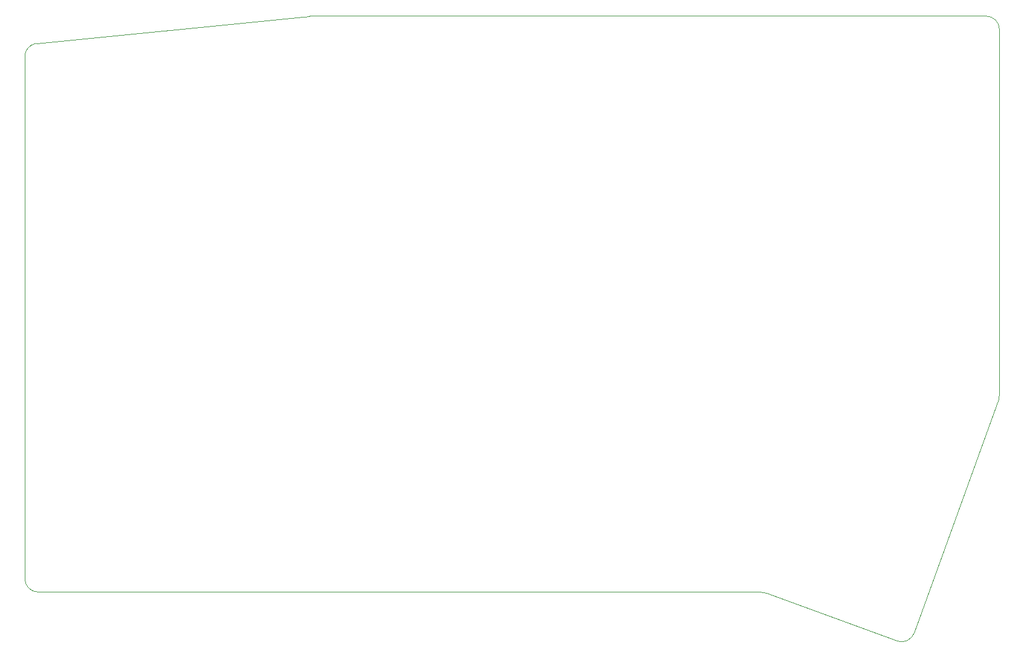
<source format=gbr>
%TF.GenerationSoftware,KiCad,Pcbnew,5.1.6-c6e7f7d~87~ubuntu20.04.1*%
%TF.CreationDate,2020-08-23T16:37:35-05:00*%
%TF.ProjectId,keaboard_rev1,6b656162-6f61-4726-945f-726576312e6b,rev?*%
%TF.SameCoordinates,Original*%
%TF.FileFunction,Profile,NP*%
%FSLAX46Y46*%
G04 Gerber Fmt 4.6, Leading zero omitted, Abs format (unit mm)*
G04 Created by KiCad (PCBNEW 5.1.6-c6e7f7d~87~ubuntu20.04.1) date 2020-08-23 16:37:35*
%MOMM*%
%LPD*%
G01*
G04 APERTURE LIST*
%TA.AperFunction,Profile*%
%ADD10C,0.100000*%
%TD*%
G04 APERTURE END LIST*
D10*
X165481000Y-80772000D02*
G75*
G02*
X165371010Y-81407000I-1887990J-1D01*
G01*
X68836228Y-27702711D02*
G75*
G02*
X69088000Y-27686000I251772J-1888289D01*
G01*
X131953000Y-108458000D02*
G75*
G02*
X132841727Y-108610250I126728J-1930249D01*
G01*
X153542998Y-114172998D02*
G75*
G02*
X151130002Y-115315998I-1777998J634998D01*
G01*
X163576000Y-27686000D02*
G75*
G02*
X165481000Y-29591000I0J-1905000D01*
G01*
X30530200Y-31524941D02*
G75*
G03*
X28956000Y-33401000I330800J-1876059D01*
G01*
X30861000Y-108458000D02*
G75*
G02*
X28956000Y-106553000I0J1905000D01*
G01*
X165481000Y-29591000D02*
X165481000Y-80772000D01*
X69088000Y-27686001D02*
X163576000Y-27686000D01*
X30530200Y-31524941D02*
X68836228Y-27702711D01*
X28956000Y-106553000D02*
X28956000Y-33401000D01*
X131953000Y-108458000D02*
X30861000Y-108458000D01*
X151130002Y-115315998D02*
X132841727Y-108610250D01*
X165371010Y-81407000D02*
X153543000Y-114173000D01*
M02*

</source>
